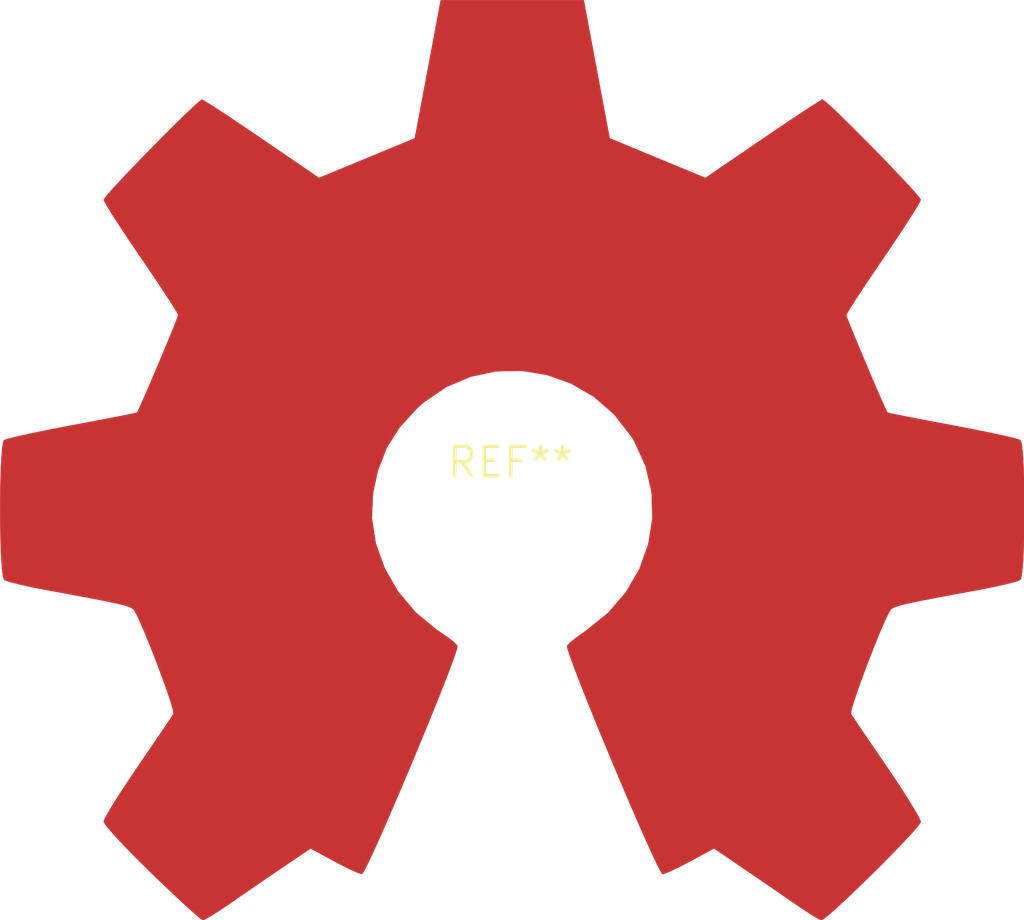
<source format=kicad_pcb>
(kicad_pcb (version 20240108) (generator pcbnew)
  (layers (0 "F.Cu" signal) (31 "B.Cu" signal) (34 "B.Paste" user) (35 "F.Paste" user) (36 "B.SilkS" user "B.Silkscreen") (37 "F.SilkS" user "F.Silkscreen") (38 "B.Mask" user) (39 "F.Mask" user) (44 "Edge.Cuts" user))
  (net 0 "")
  (footprint "OSHW-Symbol_44.5x40mm_Copper" (layer "F.Cu") (at 0 0)
    (property "Reference" "REF**")
    (property "Value" "OSHW-Symbol_44.5x40mm_Copper")
    (fp_poly (pts (xy 3.714468 -16.997867) (xy 4.274634 -14.011909) (xy 6.341569 -13.155674) (xy 8.408503 -12.299439) (xy 10.888137 -13.993837) (xy 11.582564 -14.465614) (xy 12.210288 -14.886849) (xy 12.742017 -15.23831) (xy 13.148459 -15.500766) (xy 13.40032 -15.654983) (xy 13.468911 -15.688235) (xy 13.592475 -15.602713) (xy 13.856517 -15.366282) (xy 14.231441 -15.009143) (xy 14.687651 -14.5615) (xy 15.195551 -14.053555) (xy 15.725545 -13.515509) (xy 16.248037 -12.977565) (xy 16.733431 -12.469926) (xy 17.152132 -12.022794) (xy 17.474542 -11.666371) (xy 17.671067 -11.430859) (xy 17.718049 -11.352042) (xy 17.650434 -11.206735) (xy 17.460877 -10.888398) (xy 17.169307 -10.428168) (xy 16.795654 -9.857183) (xy 16.35985 -9.206582) (xy 16.107317 -8.835495) (xy 15.647025 -8.157891) (xy 15.238009 -7.546422) (xy 14.900111 -7.031526) (xy 14.653175 -6.643638) (xy 14.517042 -6.413195) (xy 14.496585 -6.364767) (xy 14.542959 -6.227133) (xy 14.669365 -5.906361) (xy 14.85673 -5.447553) (xy 15.085982 -4.895807) (xy 15.338048 -4.296226) (xy 15.593855 -3.693908) (xy 15.83433 -3.133955) (xy 16.040401 -2.661467) (xy 16.192996 -2.321543) (xy 16.27304 -2.159285) (xy 16.277765 -2.152899) (xy 16.403452 -2.121918) (xy 16.73818 -2.0528) (xy 17.247255 -1.952339) (xy 17.895981 -1.827331) (xy 18.649662 -1.684571) (xy 19.089394 -1.602245) (xy 19.894741 -1.448157) (xy 20.622158 -1.301533) (xy 21.234843 -1.170396) (xy 21.695996 -1.06277) (xy 21.968815 -0.986677) (xy 22.023659 -0.962535) (xy 22.077373 -0.799129) (xy 22.120712 -0.430078) (xy 22.153706 0.10146) (xy 22.176385 0.752332) (xy 22.188777 1.47938) (xy 22.190912 2.23945) (xy 22.182819 2.989384) (xy 22.164528 3.686028) (xy 22.136069 4.286226) (xy 22.097469 4.746822) (xy 22.048759 5.024659) (xy 22.019545 5.082499) (xy 21.844913 5.151826) (xy 21.474876 5.25094) (xy 20.958379 5.368196) (xy 20.34437 5.491953) (xy 20.130033 5.531989) (xy 19.096627 5.722205) (xy 18.280311 5.875394) (xy 17.654111 5.997643) (xy 17.191056 6.095042) (xy 16.864172 6.173678) (xy 16.646486 6.239641) (xy 16.511026 6.299019) (xy 16.430819 6.357901) (xy 16.419597 6.369538) (xy 16.307577 6.556998) (xy 16.136689 6.921822) (xy 15.923999 7.419335) (xy 15.686567 8.004864) (xy 15.441459 8.633738) (xy 15.205737 9.261283) (xy 14.996465 9.842825) (xy 14.830705 10.333693) (xy 14.725522 10.689212) (xy 14.697978 10.86471) (xy 14.700274 10.870858) (xy 14.793602 11.014305) (xy 15.005328 11.329925) (xy 15.313202 11.784865) (xy 15.694974 12.346275) (xy 16.128396 12.981301) (xy 16.251829 13.161762) (xy 16.691942 13.816013) (xy 17.079222 14.412954) (xy 17.392573 14.918307) (xy 17.610897 15.297793) (xy 17.713099 15.517135) (xy 17.718049 15.544082) (xy 17.632181 15.685718) (xy 17.394911 15.966303) (xy 17.036741 16.355683) (xy 16.588172 16.823701) (xy 16.079706 17.340202) (xy 15.541845 17.87503) (xy 15.00509 18.398029) (xy 14.499943 18.879045) (xy 14.056905 19.28792) (xy 13.706479 19.594501) (xy 13.479165 19.768629) (xy 13.416282 19.797059) (xy 13.26991 19.730097) (xy 12.970228 19.549496) (xy 12.566052 19.285679) (xy 12.25508 19.073335) (xy 11.691614 18.6837) (xy 11.024334 18.224921) (xy 10.355016 17.766876) (xy 9.995169 17.521731) (xy 8.777168 16.69385) (xy 7.754741 17.249376) (xy 7.288951 17.492741) (xy 6.892864 17.681902) (xy 6.624864 17.789791) (xy 6.556645 17.804804) (xy 6.474614 17.693963) (xy 6.312781 17.380746) (xy 6.083225 16.894043) (xy 5.798028 16.262746) (xy 5.469272 15.515747) (xy 5.109035 14.681937) (xy 4.7294 13.790208) (xy 4.342447 12.869452) (xy 3.960258 11.94856) (xy 3.594912 11.056423) (xy 3.258491 10.221934) (xy 2.963076 9.473984) (xy 2.720747 8.841464) (xy 2.543585 8.353267) (xy 2.443671 8.038283) (xy 2.427603 7.930104) (xy 2.554959 7.792119) (xy 2.833804 7.568126) (xy 3.205842 7.304668) (xy 3.237068 7.283823) (xy 4.198644 6.510342) (xy 4.97399 5.607953) (xy 5.556387 4.60551) (xy 5.939116 3.531869) (xy 6.115457 2.415882) (xy 6.078691 1.286405) (xy 5.822099 0.172292) (xy 5.338961 -0.897604) (xy 5.196818 -1.131683) (xy 4.457491 -2.07691) (xy 3.584066 -2.835942) (xy 2.606773 -3.40483) (xy 1.555842 -3.779628) (xy 0.461503 -3.956389) (xy -0.646014 -3.931164) (xy -1.736479 -3.700008) (xy -2.779661 -3.258972) (xy -3.745332 -2.604108) (xy -4.044043 -2.338314) (xy -4.804273 -1.506306) (xy -5.358246 -0.63044) (xy -5.738254 0.351329) (xy -5.949897 1.323584) (xy -6.002144 2.416707) (xy -5.827927 3.515257) (xy -5.444942 4.5821) (xy -4.870887 5.580107) (xy -4.123457 6.472145) (xy -3.220348 7.221083) (xy -3.101657 7.300027) (xy -2.725631 7.558559) (xy -2.439782 7.78256) (xy -2.303121 7.925582) (xy -2.301134 7.930104) (xy -2.330473 8.084819) (xy -2.446777 8.435954) (xy -2.63796 8.954626) (xy -2.891935 9.611947) (xy -3.196618 10.379035) (xy -3.539923 11.227002) (xy -3.909764 12.126966) (xy -4.294056 13.050039) (xy -4.680713 13.967338) (xy -5.057649 14.849977) (xy -5.412779 15.669071) (xy -5.734017 16.395736) (xy -6.009278 17.001086) (xy -6.226476 17.456235) (xy -6.373525 17.7323) (xy -6.432743 17.804804) (xy -6.613692 17.748345) (xy -6.952269 17.596922) (xy -7.390089 17.377599) (xy -7.630839 17.249376) (xy -8.653265 16.69385) (xy -9.871267 17.521731) (xy -10.493029 17.945847) (xy -11.173751 18.412577) (xy -11.811655 18.852041) (xy -12.131177 19.073335) (xy -12.580573 19.376588) (xy -12.961107 19.616902) (xy -13.223141 19.763847) (xy -13.308251 19.794911) (xy -13.432128 19.711113) (xy -13.706286 19.47718) (xy -14.104147 19.117399) (xy -14.599131 18.65606) (xy -15.164659 18.117451) (xy -15.52233 17.771627) (xy -16.148084 17.153783) (xy -16.688874 16.601169) (xy -17.122839 16.137424) (xy -17.428119 15.786186) (xy -17.582851 15.571097) (xy -17.597696 15.527448) (xy -17.528808 15.361417) (xy -17.338445 15.025711) (xy -17.047723 14.554316) (xy -16.677758 13.981222) (xy -16.249666 13.340414) (xy -16.127927 13.161762) (xy -15.684341 12.512444) (xy -15.286376 11.927843) (xy -14.956281 11.440809) (xy -14.716305 11.084194) (xy -14.588698 10.890851) (xy -14.576371 10.870858) (xy -14.594807 10.716773) (xy -14.692668 10.377995) (xy -14.852889 9.899194) (xy -15.058409 9.325045) (xy -15.292163 8.700221) (xy -15.537088 8.069394) (xy -15.776122 7.477238) (xy -15.9922 6.968425) (xy -16.16826 6.587628) (xy -16.287237 6.37952) (xy -16.295695 6.369538) (xy -16.368451 6.310062) (xy -16.491333 6.251247) (xy -16.691316 6.187004) (xy -16.995371 6.111245) (xy -17.43047 6.017881) (xy -18.023587 5.900823) (xy -18.801695 5.753983) (xy -19.791766 5.571273) (xy -20.00613 5.531989) (xy -20.641461 5.408636) (xy -21.195333 5.287964) (xy -21.618797 5.181617) (xy -21.862909 5.101238) (xy -21.895642 5.082499) (xy -21.94958 4.916366) (xy -21.993424 4.545106) (xy -22.027143 4.011877) (xy -22.050708 3.359834) (xy -22.06409 2.632133) (xy -22.067259 1.871929) (xy -22.060187 1.122379) (xy -22.042844 0.426637) (xy -22.0152 -0.172139) (xy -21.977226 -0.630794) (xy -21.928893 -0.906173) (xy -21.899756 -0.962535) (xy -21.737542 -1.019388) (xy -21.368163 -1.111881) (xy -20.82842 -1.23199) (xy -20.155114 -1.371691) (xy -19.385046 -1.522962) (xy -18.965492 -1.602245) (xy -18.169451 -1.751783) (xy -17.459575 -1.887249) (xy -16.87056 -2.001848) (xy -16.437099 -2.088785) (xy -16.19389 -2.141265) (xy -16.153863 -2.152899) (xy -16.086209 -2.284072) (xy -15.943199 -2.600024) (xy -15.743895 -3.055617) (xy -15.507359 -3.605715) (xy -15.252655 -4.205177) (xy -14.998844 -4.808866) (xy -14.76499 -5.371645) (xy -14.570154 -5.848373) (xy -14.433401 -6.193915) (xy -14.373792 -6.363131) (xy -14.372683 -6.370527) (xy -14.440258 -6.504015) (xy -14.629708 -6.811202) (xy -14.921121 -7.261558) (xy -15.294584 -7.824551) (xy -15.730187 -8.469652) (xy -15.983415 -8.840196) (xy -16.444841 -9.519615) (xy -16.854673 -10.136456) (xy -17.192915 -10.659514) (xy -17.439569 -11.057587) (xy -17.574639 -11.299468) (xy -17.594146 -11.353692) (xy -17.510289 -11.479902) (xy -17.27846 -11.74938) (xy -16.928273 -12.131938) (xy -16.489342 -12.597384) (xy -15.991282 -13.115528) (xy -15.463705 -13.656181) (xy -14.936227 -14.189153) (xy -14.438461 -14.684253) (xy -14.00002 -15.111291) (xy -13.65052 -15.440077) (xy -13.419574 -15.640422) (xy -13.342313 -15.688235) (xy -13.216514 -15.621003) (xy -12.91563 -15.432124) (xy -12.468915 -15.140824) (xy -11.905623 -14.766332) (xy -11.255008 -14.327874) (xy -10.764234 -13.993837) (xy -8.284601 -12.299439) (xy -6.217666 -13.155674) (xy -4.150732 -14.011909) (xy -3.590566 -16.997867) (xy -3.0304 -19.983824) (xy 3.154303 -19.983824) (xy 3.714468 -16.997867)) (layer "F.Cu") (stroke (width 0.01)) (fill solid))
  )
)
</source>
